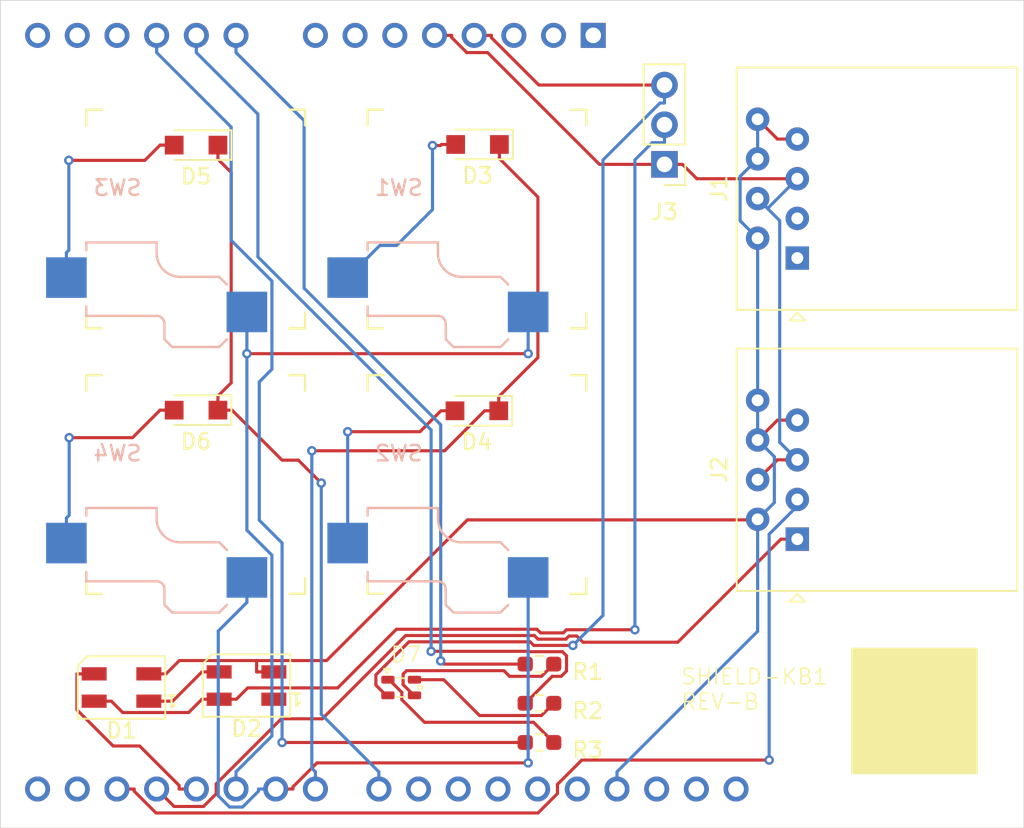
<source format=kicad_pcb>
(kicad_pcb (version 20240108) (generator "pcbnew") (generator_version "8.0")
  (layers (0 "F.Cu" signal) (31 "B.Cu" signal) (34 "B.Paste" user) (35 "F.Paste" user) (36 "B.SilkS" user "B.Silkscreen") (37 "F.SilkS" user "F.Silkscreen") (38 "B.Mask" user) (39 "F.Mask" user) (44 "Edge.Cuts" user))
  (net 0 "")
  (net 1 "/LEFT-TX")
  (net 2 "/LEFT-RX")
  (net 4 "/RIGHT-TX")
  (net 5 "/LED-B")
  (net 7 "/RIGHT-RX")
  (net 8 "/RGB")
  (net 11 "+5V")
  (net 16 "/LED-R")
  (net 22 "/LED-G")
  (net 23 "+3.3V")
  (net 28 "GND")
  (net 29 "Net-(D1-DOUT)")
  (net 30 "/ROW-A")
  (net 31 "Net-(D3-A)")
  (net 32 "Net-(D4-A)")
  (net 33 "Net-(D5-A)")
  (net 34 "/ROW-B")
  (net 36 "Net-(D6-A)")
  (net 37 "/COL-A")
  (net 38 "/COL-B")
  (net 39 "Net-(D1-VDD)")
  (net 40 "Net-(D7-RK)")
  (net 41 "Net-(D7-GK)")
  (net 42 "Net-(D7-BK)")
  (footprint "Diode_SMD:Nexperia_CFP3_SOD-123W" (layer "F.Cu") (at 54.0215 105.738 180)
    (property "Reference" "D6" (at 0 -2 0) (layer "F.SilkS"))
    (property "Value" "D")
    (fp_line (start -2.26 0.95) (end 1.4 0.95) (stroke (width 0.12)) (layer "F.SilkS"))
    (fp_line (start -2.26 -0.95) (end 1.4 -0.95) (stroke (width 0.12)) (layer "F.SilkS"))
    (fp_line (start -2.26 -0.95) (end -2.26 0.95) (stroke (width 0.12)) (layer "F.SilkS"))
    (pad "1" smd rect (at -1.4 0 180) (size 1.2 1.2) (layers "F.Cu" "F.Paste" "F.Mask") (net 34 "/ROW-B"))
    (pad "2" smd rect (at 1.4 0 180) (size 1.2 1.2) (layers "F.Cu" "F.Paste" "F.Mask") (net 36 "Net-(D6-A)"))
  )
  (footprint "Connector_RJ:RJ45_Amphenol_54602-x08_Horizontal" (layer "F.Cu") (at 92.5 96 90)
    (property "Reference" "J1" (at 4.445 -5 90) (layer "F.SilkS"))
    (property "Value" "LEFT")
    (fp_line (start 12.205 -3.88) (end -3.315 -3.88) (stroke (width 0.12)) (layer "F.SilkS"))
    (fp_line (start 12.205 -3.88) (end 12.205 14.08) (stroke (width 0.12)) (layer "F.SilkS"))
    (fp_line (start -3.315 -3.88) (end -3.315 14.08) (stroke (width 0.12)) (layer "F.SilkS"))
    (fp_line (start -4 -0.5) (end -4 0.5) (stroke (width 0.12)) (layer "F.SilkS"))
    (fp_line (start -3.5 0) (end -4 -0.5) (stroke (width 0.12)) (layer "F.SilkS"))
    (fp_line (start -4 0.5) (end -3.5 0) (stroke (width 0.12)) (layer "F.SilkS"))
    (fp_line (start -3.315 14.08) (end 12.205 14.08) (stroke (width 0.12)) (layer "F.SilkS"))
    (pad "" np_thru_hole circle (at -1.27 6.35 90) (size 3.2 3.2) (drill 3.2) (layers "*.Cu" "*.Mask"))
    (pad "" np_thru_hole circle (at 10.16 6.35 90) (size 3.2 3.2) (drill 3.2) (layers "*.Cu" "*.Mask"))
    (pad "1" thru_hole rect (at 0 0 90) (size 1.5 1.5) (drill 0.76) (layers "*.Cu" "*.Mask") (net 2 "/LEFT-RX"))
    (pad "2" thru_hole circle (at 1.27 -2.54 90) (size 1.5 1.5) (drill 0.76) (layers "*.Cu" "*.Mask") (net 28 "GND"))
    (pad "3" thru_hole circle (at 2.54 0 90) (size 1.5 1.5) (drill 0.76) (layers "*.Cu" "*.Mask") (net 1 "/LEFT-TX"))
    (pad "4" thru_hole circle (at 3.81 -2.54 90) (size 1.5 1.5) (drill 0.76) (layers "*.Cu" "*.Mask") (net 11 "+5V"))
    (pad "5" thru_hole circle (at 5.08 0 90) (size 1.5 1.5) (drill 0.76) (layers "*.Cu" "*.Mask") (net 11 "+5V"))
    (pad "6" thru_hole circle (at 6.35 -2.54 90) (size 1.5 1.5) (drill 0.76) (layers "*.Cu" "*.Mask") (net 28 "GND"))
    (pad "7" thru_hole circle (at 7.62 0 90) (size 1.5 1.5) (drill 0.76) (layers "*.Cu" "*.Mask") (net 28 "GND"))
    (pad "8" thru_hole circle (at 8.89 -2.54 90) (size 1.5 1.5) (drill 0.76) (layers "*.Cu" "*.Mask") (net 28 "GND"))
  )
  (footprint "Diode_SMD:Nexperia_CFP3_SOD-123W" (layer "F.Cu") (at 71.993 105.7797 180)
    (property "Reference" "D4" (at 0 -2 0) (layer "F.SilkS"))
    (property "Value" "D")
    (fp_line (start -2.26 0.95) (end 1.4 0.95) (stroke (width 0.12)) (layer "F.SilkS"))
    (fp_line (start -2.26 -0.95) (end 1.4 -0.95) (stroke (width 0.12)) (layer "F.SilkS"))
    (fp_line (start -2.26 -0.95) (end -2.26 0.95) (stroke (width 0.12)) (layer "F.SilkS"))
    (pad "1" smd rect (at -1.4 0 180) (size 1.2 1.2) (layers "F.Cu" "F.Paste" "F.Mask") (net 30 "/ROW-A"))
    (pad "2" smd rect (at 1.4 0 180) (size 1.2 1.2) (layers "F.Cu" "F.Paste" "F.Mask") (net 32 "Net-(D4-A)"))
  )
  (footprint "Resistor_SMD:R_0603_1608Metric_Pad0.98x0.95mm_HandSolder" (layer "F.Cu") (at 76 124.51 180)
    (property "Reference" "R2" (at -3.0875 -0.49 0) (layer "F.SilkS"))
    (property "Value" "33")
    (fp_line (start -0.254724 0.5225) (end 0.254724 0.5225) (stroke (width 0.12)) (layer "F.SilkS"))
    (fp_line (start -0.254724 -0.5225) (end 0.254724 -0.5225) (stroke (width 0.12)) (layer "F.SilkS"))
    (pad "1" smd roundrect (at -0.9125 0 180) (size 0.975 0.95) (layers "F.Cu" "F.Paste" "F.Mask") (net 41 "Net-(D7-GK)"))
    (pad "2" smd roundrect (at 0.9125 0 180) (size 0.975 0.95) (layers "F.Cu" "F.Paste" "F.Mask") (net 22 "/LED-G"))
  )
  (footprint "Keyboard Switches:Kailh_socket_PG1350" (layer "F.Cu") (at 72 110.5)
    (property "Reference" "SW2" (at -5 -2 0) (layer "B.SilkS") (effects (justify mirror)))
    (property "Value" "SW_SPST" (hide yes))
    (fp_line (start -7 1.5) (end -7 2) (stroke (width 0.15)) (layer "B.SilkS"))
    (fp_line (start -7 5.6) (end -7 6.2) (stroke (width 0.15)) (layer "B.SilkS"))
    (fp_line (start -7 6.2) (end -2.5 6.2) (stroke (width 0.15)) (layer "B.SilkS"))
    (fp_line (start -2.5 1.5) (end -7 1.5) (stroke (width 0.15)) (layer "B.SilkS"))
    (fp_line (start -2.5 2.2) (end -2.5 1.5) (stroke (width 0.15)) (layer "B.SilkS"))
    (fp_line (start -2 6.7) (end -2 7.7) (stroke (width 0.15)) (layer "B.SilkS"))
    (fp_line (start -1.5 8.2) (end -2 7.7) (stroke (width 0.15)) (layer "B.SilkS"))
    (fp_line (start 1.5 3.7) (end -1 3.7) (stroke (width 0.15)) (layer "B.SilkS"))
    (fp_line (start 1.5 8.2) (end -1.5 8.2) (stroke (width 0.15)) (layer "B.SilkS"))
    (fp_line (start 2 4.2) (end 1.5 3.7) (stroke (width 0.15)) (layer "B.SilkS"))
    (fp_line (start 2 7.7) (end 1.5 8.2) (stroke (width 0.15)) (layer "B.SilkS"))
    (fp_arc (start -2.5 6.2) (mid -2.146447 6.346447) (end -2 6.7) (stroke (width 0.15)) (layer "B.SilkS"))
    (fp_arc (start -1 3.7) (mid -2.06066 3.26066) (end -2.5 2.2) (stroke (width 0.15)) (layer "B.SilkS"))
    (fp_line (start -7 -6) (end -7 -7) (stroke (width 0.15)) (layer "F.SilkS"))
    (fp_line (start -7 7) (end -7 6) (stroke (width 0.15)) (layer "F.SilkS"))
    (fp_line (start -7 7) (end -6 7) (stroke (width 0.15)) (layer "F.SilkS"))
    (fp_line (start -6 -7) (end -7 -7) (stroke (width 0.15)) (layer "F.SilkS"))
    (fp_line (start 6 7) (end 7 7) (stroke (width 0.15)) (layer "F.SilkS"))
    (fp_line (start 7 -7) (end 6 -7) (stroke (width 0.15)) (layer "F.SilkS"))
    (fp_line (start 7 -7) (end 7 -6) (stroke (width 0.15)) (layer "F.SilkS"))
    (fp_line (start 7 6) (end 7 7) (stroke (width 0.15)) (layer "F.SilkS"))
    (fp_line (start 7 7) (end 6 7) (stroke (width 0.15)) (layer "F.SilkS"))
    (pad "" np_thru_hole circle (at -5.5 0) (size 1.7018 1.7018) (drill 1.7018) (layers "*.Cu" "*.Mask"))
    (pad "" np_thru_hole circle (at -5 3.75) (size 3 3) (drill 3) (layers "*.Cu" "*.Mask"))
    (pad "" np_thru_hole circle (at 0 0) (size 3.429 3.429) (drill 3.429) (layers "*.Cu" "*.Mask"))
    (pad "" np_thru_hole circle (at 0 5.95) (size 3 3) (drill 3) (layers "*.Cu" "*.Mask"))
    (pad "" np_thru_hole circle (at 5.22 -4.2) (size 0.9906 0.9906) (drill 0.9906) (layers "*.Cu" "*.Mask"))
    (pad "" np_thru_hole circle (at 5.5 0) (size 1.7018 1.7018) (drill 1.7018) (layers "*.Cu" "*.Mask"))
    (pad "1" smd rect (at 3.275 5.95) (size 2.6 2.6) (layers "B.Cu" "B.Paste" "B.Mask") (net 38 "/COL-B"))
    (pad "2" smd rect (at -8.275 3.75) (size 2.6 2.6) (layers "B.Cu" "B.Paste" "B.Mask") (net 32 "Net-(D4-A)"))
  )
  (footprint "Diode_SMD:Nexperia_CFP3_SOD-123W" (layer "F.Cu") (at 72.0347 88.7256 180)
    (property "Reference" "D3" (at 0 -2 0) (layer "F.SilkS"))
    (property "Value" "D")
    (fp_line (start -2.26 0.95) (end 1.4 0.95) (stroke (width 0.12)) (layer "F.SilkS"))
    (fp_line (start -2.26 -0.95) (end 1.4 -0.95) (stroke (width 0.12)) (layer "F.SilkS"))
    (fp_line (start -2.26 -0.95) (end -2.26 0.95) (stroke (width 0.12)) (layer "F.SilkS"))
    (pad "1" smd rect (at -1.4 0 180) (size 1.2 1.2) (layers "F.Cu" "F.Paste" "F.Mask") (net 30 "/ROW-A"))
    (pad "2" smd rect (at 1.4 0 180) (size 1.2 1.2) (layers "F.Cu" "F.Paste" "F.Mask") (net 31 "Net-(D3-A)"))
  )
  (footprint "Connector_RJ:RJ45_Amphenol_54602-x08_Horizontal" (layer "F.Cu") (at 92.5 114 90)
    (property "Reference" "J2" (at 4.445 -5 90) (layer "F.SilkS"))
    (property "Value" "RIGHT")
    (fp_line (start 12.205 -3.88) (end -3.315 -3.88) (stroke (width 0.12)) (layer "F.SilkS"))
    (fp_line (start 12.205 -3.88) (end 12.205 14.08) (stroke (width 0.12)) (layer "F.SilkS"))
    (fp_line (start -3.315 -3.88) (end -3.315 14.08) (stroke (width 0.12)) (layer "F.SilkS"))
    (fp_line (start -4 -0.5) (end -4 0.5) (stroke (width 0.12)) (layer "F.SilkS"))
    (fp_line (start -3.5 0) (end -4 -0.5) (stroke (width 0.12)) (layer "F.SilkS"))
    (fp_line (start -4 0.5) (end -3.5 0) (stroke (width 0.12)) (layer "F.SilkS"))
    (fp_line (start -3.315 14.08) (end 12.205 14.08) (stroke (width 0.12)) (layer "F.SilkS"))
    (pad "" np_thru_hole circle (at -1.27 6.35 90) (size 3.2 3.2) (drill 3.2) (layers "*.Cu" "*.Mask"))
    (pad "" np_thru_hole circle (at 10.16 6.35 90) (size 3.2 3.2) (drill 3.2) (layers "*.Cu" "*.Mask"))
    (pad "1" thru_hole rect (at 0 0 90) (size 1.5 1.5) (drill 0.76) (layers "*.Cu" "*.Mask") (net 4 "/RIGHT-TX"))
    (pad "2" thru_hole circle (at 1.27 -2.54 90) (size 1.5 1.5) (drill 0.76) (layers "*.Cu" "*.Mask") (net 28 "GND"))
    (pad "3" thru_hole circle (at 2.54 0 90) (size 1.5 1.5) (drill 0.76) (layers "*.Cu" "*.Mask") (net 7 "/RIGHT-RX"))
    (pad "4" thru_hole circle (at 3.81 -2.54 90) (size 1.5 1.5) (drill 0.76) (layers "*.Cu" "*.Mask") (net 11 "+5V"))
    (pad "5" thru_hole circle (at 5.08 0 90) (size 1.5 1.5) (drill 0.76) (layers "*.Cu" "*.Mask") (net 11 "+5V"))
    (pad "6" thru_hole circle (at 6.35 -2.54 90) (size 1.5 1.5) (drill 0.76) (layers "*.Cu" "*.Mask") (net 28 "GND"))
    (pad "7" thru_hole circle (at 7.62 0 90) (size 1.5 1.5) (drill 0.76) (layers "*.Cu" "*.Mask") (net 28 "GND"))
    (pad "8" thru_hole circle (at 8.89 -2.54 90) (size 1.5 1.5) (drill 0.76) (layers "*.Cu" "*.Mask") (net 28 "GND"))
  )
  (footprint "davidb-keyboard-foot:QBLP600-RGB5-2897" (layer "F.Cu") (at 67.15 123.5)
    (property "Reference" "D7" (at 0.3 -2.1 0) (layer "F.SilkS") (effects (font (thickness 0.1))))
    (property "Value" "QBLP600-RGB5-2897")
    (fp_line (start -1.1 -1.2) (end -0.7 -1.2) (stroke (width 0.1)) (layer "F.SilkS"))
    (fp_line (start -0.9 -0.9) (end -1.1 -1.2) (stroke (width 0.1)) (layer "F.SilkS"))
    (fp_line (start -0.7 -1.2) (end -0.9 -0.9) (stroke (width 0.1)) (layer "F.SilkS"))
    (fp_line (start -0.3 -0.6) (end 0.3 -0.6) (stroke (width 0.1)) (layer "F.SilkS"))
    (fp_line (start -0.3 0.6) (end 0.3 0.6) (stroke (width 0.1)) (layer "F.SilkS"))
    (fp_circle (center 1.2 0) (end 1.3 -0.1) (stroke (width 0.1)) (fill none) (layer "F.SilkS"))
    (pad "1" smd roundrect (at -0.85 -0.5) (size 0.85 0.5) (layers "F.Cu" "F.Paste" "F.Mask") (roundrect_rratio 0.2) (net 42 "Net-(D7-BK)"))
    (pad "2" smd roundrect (at 0.85 -0.5) (size 0.85 0.5) (layers "F.Cu" "F.Paste" "F.Mask") (roundrect_rratio 0.2) (net 41 "Net-(D7-GK)"))
    (pad "3" smd roundrect (at -0.85 0.5) (size 0.85 0.5) (layers "F.Cu" "F.Paste" "F.Mask") (roundrect_rratio 0.2) (net 23 "+3.3V"))
    (pad "4" smd roundrect (at 0.85 0.5) (size 0.85 0.5) (layers "F.Cu" "F.Paste" "F.Mask") (roundrect_rratio 0.2) (net 40 "Net-(D7-RK)"))
  )
  (footprint "Keyboard Switches:Kailh_socket_PG1350" (layer "F.Cu") (at 54 93.5)
    (property "Reference" "SW3" (at -5 -2 0) (layer "B.SilkS") (effects (justify mirror)))
    (property "Value" "SW_SPST" (hide yes))
    (fp_line (start -7 1.5) (end -7 2) (stroke (width 0.15)) (layer "B.SilkS"))
    (fp_line (start -7 5.6) (end -7 6.2) (stroke (width 0.15)) (layer "B.SilkS"))
    (fp_line (start -7 6.2) (end -2.5 6.2) (stroke (width 0.15)) (layer "B.SilkS"))
    (fp_line (start -2.5 1.5) (end -7 1.5) (stroke (width 0.15)) (layer "B.SilkS"))
    (fp_line (start -2.5 2.2) (end -2.5 1.5) (stroke (width 0.15)) (layer "B.SilkS"))
    (fp_line (start -2 6.7) (end -2 7.7) (stroke (width 0.15)) (layer "B.SilkS"))
    (fp_line (start -1.5 8.2) (end -2 7.7) (stroke (width 0.15)) (layer "B.SilkS"))
    (fp_line (start 1.5 3.7) (end -1 3.7) (stroke (width 0.15)) (layer "B.SilkS"))
    (fp_line (start 1.5 8.2) (end -1.5 8.2) (stroke (width 0.15)) (layer "B.SilkS"))
    (fp_line (start 2 4.2) (end 1.5 3.7) (stroke (width 0.15)) (layer "B.SilkS"))
    (fp_line (start 2 7.7) (end 1.5 8.2) (stroke (width 0.15)) (layer "B.SilkS"))
    (fp_arc (start -2.5 6.2) (mid -2.146447 6.346447) (end -2 6.7) (stroke (width 0.15)) (layer "B.SilkS"))
    (fp_arc (start -1 3.7) (mid -2.06066 3.26066) (end -2.5 2.2) (stroke (width 0.15)) (layer "B.SilkS"))
    (fp_line (start -7 -6) (end -7 -7) (stroke (width 0.15)) (layer "F.SilkS"))
    (fp_line (start -7 7) (end -7 6) (stroke (width 0.15)) (layer "F.SilkS"))
    (fp_line (start -7 7) (end -6 7) (stroke (width 0.15)) (layer "F.SilkS"))
    (fp_line (start -6 -7) (end -7 -7) (stroke (width 0.15)) (layer "F.SilkS"))
    (fp_line (start 6 7) (end 7 7) (stroke (width 0.15)) (layer "F.SilkS"))
    (fp_line (start 7 -7) (end 6 -7) (stroke (width 0.15)) (layer "F.SilkS"))
    (fp_line (start 7 -7) (end 7 -6) (stroke (width 0.15)) (layer "F.SilkS"))
    (fp_line (start 7 6) (end 7 7) (stroke (width 0.15)) (layer "F.SilkS"))
    (fp_line (start 7 7) (end 6 7) (stroke (width 0.15)) (layer "F.SilkS"))
    (pad "" np_thru_hole circle (at -5.5 0) (size 1.7018 1.7018) (drill 1.7018) (layers "*.Cu" "*.Mask"))
    (pad "" np_thru_hole circle (at -5 3.75) (size 3 3) (drill 3) (layers "*.Cu" "*.Mask"))
    (pad "" np_thru_hole circle (at 0 0) (size 3.429 3.429) (drill 3.429) (layers "*.Cu" "*.Mask"))
    (pad "" np_thru_hole circle (at 0 5.95) (size 3 3) (drill 3) (layers "*.Cu" "*.Mask"))
    (pad "" np_thru_hole circle (at 5.22 -4.2) (size 0.9906 0.9906) (drill 0.9906) (layers "*.Cu" "*.Mask"))
    (pad "" np_thru_hole circle (at 5.5 0) (size 1.7018 1.7018) (drill 1.7018) (layers "*.Cu" "*.Mask"))
    (pad "1" smd rect (at 3.275 5.95) (size 2.6 2.6) (layers "B.Cu" "B.Paste" "B.Mask") (net 37 "/COL-A"))
    (pad "2" smd rect (at -8.275 3.75) (size 2.6 2.6) (layers "B.Cu" "B.Paste" "B.Mask") (net 33 "Net-(D5-A)"))
  )
  (footprint "Diode_SMD:Nexperia_CFP3_SOD-123W" (layer "F.Cu") (at 54.0215 88.7673 180)
    (property "Reference" "D5" (at 0 -2 0) (layer "F.SilkS"))
    (property "Value" "D")
    (fp_line (start -2.26 0.95) (end 1.4 0.95) (stroke (width 0.12)) (layer "F.SilkS"))
    (fp_line (start -2.26 -0.95) (end 1.4 -0.95) (stroke (width 0.12)) (layer "F.SilkS"))
    (fp_line (start -2.26 -0.95) (end -2.26 0.95) (stroke (width 0.12)) (layer "F.SilkS"))
    (pad "1" smd rect (at -1.4 0 180) (size 1.2 1.2) (layers "F.Cu" "F.Paste" "F.Mask") (net 34 "/ROW-B"))
    (pad "2" smd rect (at 1.4 0 180) (size 1.2 1.2) (layers "F.Cu" "F.Paste" "F.Mask") (net 33 "Net-(D5-A)"))
  )
  (footprint "LED_SMD:LED_SK6812MINI_PLCC4_3.5x3.5mm_P1.75mm" (layer "F.Cu") (at 57.25 123.375 180)
    (property "Reference" "D2" (at 0 -2.75 0) (layer "F.SilkS"))
    (property "Value" "SK6812MINI" (hide yes))
    (fp_line (start 2.8 1.4) (end 2.8 -2) (stroke (width 0.12)) (layer "F.SilkS"))
    (fp_line (start 2.8 1.4) (end 2.2 2) (stroke (width 0.12)) (layer "F.SilkS"))
    (fp_line (start -2.8 2) (end 2.2 2) (stroke (width 0.12)) (layer "F.SilkS"))
    (fp_line (start -2.8 -2) (end 2.8 -2) (stroke (width 0.12)) (layer "F.SilkS"))
    (fp_line (start -2.8 -2) (end -2.8 2) (stroke (width 0.12)) (layer "F.SilkS"))
    (fp_text user "1" (at -3.2 -0.875 180) (layer "F.SilkS") (effects (font (size 0.8 0.8))))
    (pad "1" smd rect (at -1.75 -0.875 180) (size 1.6 0.85) (layers "F.Cu" "F.Paste" "F.Mask"))
    (pad "2" smd rect (at -1.75 0.875 180) (size 1.6 0.85) (layers "F.Cu" "F.Paste" "F.Mask") (net 28 "GND"))
    (pad "3" smd rect (at 1.75 0.875 180) (size 1.6 0.85) (layers "F.Cu" "F.Paste" "F.Mask") (net 29 "Net-(D1-DOUT)"))
    (pad "4" smd rect (at 1.75 -0.875 180) (size 1.6 0.85) (layers "F.Cu" "F.Paste" "F.Mask") (net 39 "Net-(D1-VDD)"))
  )
  (footprint "Resistor_SMD:R_0603_1608Metric_Pad0.98x0.95mm_HandSolder" (layer "F.Cu") (at 76 127.02 180)
    (property "Reference" "R3" (at -3.0875 -0.49 0) (layer "F.SilkS"))
    (property "Value" "33")
    (fp_line (start -0.254724 0.5225) (end 0.254724 0.5225) (stroke (width 0.12)) (layer "F.SilkS"))
    (fp_line (start -0.254724 -0.5225) (end 0.254724 -0.5225) (stroke (width 0.12)) (layer "F.SilkS"))
    (pad "1" smd roundrect (at -0.9125 0 180) (size 0.975 0.95) (layers "F.Cu" "F.Paste" "F.Mask") (net 42 "Net-(D7-BK)"))
    (pad "2" smd roundrect (at 0.9125 0 180) (size 0.975 0.95) (layers "F.Cu" "F.Paste" "F.Mask") (net 5 "/LED-B"))
  )
  (footprint "Keyboard Switches:Kailh_socket_PG1350" (layer "F.Cu") (at 54 110.5)
    (property "Reference" "SW4" (at -5 -2 0) (layer "B.SilkS") (effects (justify mirror)))
    (property "Value" "SW_SPST" (hide yes))
    (fp_line (start -7 1.5) (end -7 2) (stroke (width 0.15)) (layer "B.SilkS"))
    (fp_line (start -7 5.6) (end -7 6.2) (stroke (width 0.15)) (layer "B.SilkS"))
    (fp_line (start -7 6.2) (end -2.5 6.2) (stroke (width 0.15)) (layer "B.SilkS"))
    (fp_line (start -2.5 1.5) (end -7 1.5) (stroke (width 0.15)) (layer "B.SilkS"))
    (fp_line (start -2.5 2.2) (end -2.5 1.5) (stroke (width 0.15)) (layer "B.SilkS"))
    (fp_line (start -2 6.7) (end -2 7.7) (stroke (width 0.15)) (layer "B.SilkS"))
    (fp_line (start -1.5 8.2) (end -2 7.7) (stroke (width 0.15)) (layer "B.SilkS"))
    (fp_line (start 1.5 3.7) (end -1 3.7) (stroke (width 0.15)) (layer "B.SilkS"))
    (fp_line (start 1.5 8.2) (end -1.5 8.2) (stroke (width 0.15)) (layer "B.SilkS"))
    (fp_line (start 2 4.2) (end 1.5 3.7) (stroke (width 0.15)) (layer "B.SilkS"))
    (fp_line (start 2 7.7) (end 1.5 8.2) (stroke (width 0.15)) (layer "B.SilkS"))
    (fp_arc (start -2.5 6.2) (mid -2.146447 6.346447) (end -2 6.7) (stroke (width 0.15)) (layer "B.SilkS"))
    (fp_arc (start -1 3.7) (mid -2.06066 3.26066) (end -2.5 2.2) (stroke (width 0.15)) (layer "B.SilkS"))
    (fp_line (start -7 -6) (end -7 -7) (stroke (width 0.15)) (layer "F.SilkS"))
    (fp_line (start -7 7) (end -7 6) (stroke (width 0.15)) (layer "F.SilkS"))
    (fp_line (start -7 7) (end -6 7) (stroke (width 0.15)) (layer "F.SilkS"))
    (fp_line (start -6 -7) (end -7 -7) (stroke (width 0.15)) (layer "F.SilkS"))
    (fp_line (start 6 7) (end 7 7) (stroke (width 0.15)) (layer "F.SilkS"))
    (fp_line (start 7 -7) (end 6 -7) (stroke (width 0.15)) (layer "F.SilkS"))
    (fp_line (start 7 -7) (end 7 -6) (stroke (width 0.15)) (layer "F.SilkS"))
    (fp_line (start 7 6) (end 7 7) (stroke (width 0.15)) (layer "F.SilkS"))
    (fp_line (start 7 7) (end 6 7) (stroke (width 0.15)) (layer "F.SilkS"))
    (pad "" np_thru_hole circle (at -5.5 0) (size 1.7018 1.7018) (drill 1.7018) (layers "*.Cu" "*.Mask"))
    (pad "" np_thru_hole circle (at -5 3.75) (size 3 3) (drill 3) (layers "*.Cu" "*.Mask"))
    (pad "" np_thru_hole circle (at 0 0) (size 3.429 3.429) (drill 3.429) (layers "*.Cu" "*.Mask"))
    (pad "" np_thru_hole circle (at 0 5.95) (size 3 3) (drill 3) (layers "*.Cu" "*.Mask"))
    (pad "" np_thru_hole circle (at 5.22 -4.2) (size 0.9906 0.9906) (drill 0.9906) (layers "*.Cu" "*.Mask"))
    (pad "" np_thru_hole circle (at 5.5 0) (size 1.7018 1.7018) (drill 1.7018) (layers "*.Cu" "*.Mask"))
    (pad "1" smd rect (at 3.275 5.95) (size 2.6 2.6) (layers "B.Cu" "B.Paste" "B.Mask") (net 38 "/COL-B"))
    (pad "2" smd rect (at -8.275 3.75) (size 2.6 2.6) (layers "B.Cu" "B.Paste" "B.Mask") (net 36 "Net-(D6-A)"))
  )
  (footprint "Keyboard Switches:Kailh_socket_PG1350" (layer "F.Cu") (at 72 93.5)
    (property "Reference" "SW1" (at -5 -2 0) (layer "B.SilkS") (effects (justify mirror)))
    (property "Value" "SW_SPST" (hide yes))
    (fp_line (start -7 1.5) (end -7 2) (stroke (width 0.15)) (layer "B.SilkS"))
    (fp_line (start -7 5.6) (end -7 6.2) (stroke (width 0.15)) (layer "B.SilkS"))
    (fp_line (start -7 6.2) (end -2.5 6.2) (stroke (width 0.15)) (layer "B.SilkS"))
    (fp_line (start -2.5 1.5) (end -7 1.5) (stroke (width 0.15)) (layer "B.SilkS"))
    (fp_line (start -2.5 2.2) (end -2.5 1.5) (stroke (width 0.15)) (layer "B.SilkS"))
    (fp_line (start -2 6.7) (end -2 7.7) (stroke (width 0.15)) (layer "B.SilkS"))
    (fp_line (start -1.5 8.2) (end -2 7.7) (stroke (width 0.15)) (layer "B.SilkS"))
    (fp_line (start 1.5 3.7) (end -1 3.7) (stroke (width 0.15)) (layer "B.SilkS"))
    (fp_line (start 1.5 8.2) (end -1.5 8.2) (stroke (width 0.15)) (layer "B.SilkS"))
    (fp_line (start 2 4.2) (end 1.5 3.7) (stroke (width 0.15)) (layer "B.SilkS"))
    (fp_line (start 2 7.7) (end 1.5 8.2) (stroke (width 0.15)) (layer "B.SilkS"))
    (fp_arc (start -2.5 6.2) (mid -2.146447 6.346447) (end -2 6.7) (stroke (width 0.15)) (layer "B.SilkS"))
    (fp_arc (start -1 3.7) (mid -2.06066 3.26066) (end -2.5 2.2) (stroke (width 0.15)) (layer "B.SilkS"))
    (fp_line (start -7 -6) (end -7 -7) (stroke (width 0.15)) (layer "F.SilkS"))
    (fp_line (start -7 7) (end -7 6) (stroke (width 0.15)) (layer "F.SilkS"))
    (fp_line (start -7 7) (end -6 7) (stroke (width 0.15)) (layer "F.SilkS"))
    (fp_line (start -6 -7) (end -7 -7) (stroke (width 0.15)) (layer "F.SilkS"))
    (fp_line (start 6 7) (end 7 7) (stroke (width 0.15)) (layer "F.SilkS"))
    (fp_line (start 7 -7) (end 6 -7) (stroke (width 0.15)) (layer "F.SilkS"))
    (fp_line (start 7 -7) (end 7 -6) (stroke (width 0.15)) (layer "F.SilkS"))
    (fp_line (start 7 6) (end 7 7) (stroke (width 0.15)) (layer "F.SilkS"))
    (fp_line (start 7 7) (end 6 7) (stroke (width 0.15)) (layer "F.SilkS"))
    (pad "" np_thru_hole circle (at -5.5 0) (size 1.7018 1.7018) (drill 1.7018) (layers "*.Cu" "*.Mask"))
    (pad "" np_thru_hole circle (at -5 3.75) (size 3 3) (drill 3) (layers "*.Cu" "*.Mask"))
    (pad "" np_thru_hole circle (at 0 0) (size 3.429 3.429) (drill 3.429) (layers "*.Cu" "*.Mask"))
    (pad "" np_thru_hole circle (at 0 5.95) (size 3 3) (drill 3) (layers "*.Cu" "*.Mask"))
    (pad "" np_thru_hole circle (at 5.22 -4.2) (size 0.9906 0.9906) (drill 0.9906) (layers "*.Cu" "*.Mask"))
    (pad "" np_thru_hole circle (at 5.5 0) (size 1.7018 1.7018) (drill 1.7018) (layers "*.Cu" "*.Mask"))
    (pad "1" smd rect (at 3.275 5.95) (size 2.6 2.6) (layers "B.Cu" "B.Paste" "B.Mask") (net 37 "/COL-A"))
    (pad "2" smd rect (at -8.275 3.75) (size 2.6 2.6) (layers "B.Cu" "B.Paste" "B.Mask") (net 31 "Net-(D3-A)"))
  )
  (footprint "LED_SMD:LED_SK6812MINI_PLCC4_3.5x3.5mm_P1.75mm" (layer "F.Cu") (at 49.25 123.5 180)
    (property "Reference" "D1" (at 0 -2.75 0) (layer "F.SilkS"))
    (property "Value" "SK6812MINI" (hide yes))
    (fp_line (start 2.8 1.4) (end 2.8 -2) (stroke (width 0.12)) (layer "F.SilkS"))
    (fp_line (start 2.8 1.4) (end 2.2 2) (stroke (width 0.12)) (layer "F.SilkS"))
    (fp_line (start -2.8 2) (end 2.2 2) (stroke (width 0.12)) (layer "F.SilkS"))
    (fp_line (start -2.8 -2) (end 2.8 -2) (stroke (width 0.12)) (layer "F.SilkS"))
    (fp_line (start -2.8 -2) (end -2.8 2) (stroke (width 0.12)) (layer "F.SilkS"))
    (fp_text user "1" (at -3.2 -0.875 180) (layer "F.SilkS") (effects (font (size 0.8 0.8))))
    (pad "1" smd rect (at -1.75 -0.875 180) (size 1.6 0.85) (layers "F.Cu" "F.Paste" "F.Mask") (net 29 "Net-(D1-DOUT)"))
    (pad "2" smd rect (at -1.75 0.875 180) (size 1.6 0.85) (layers "F.Cu" "F.Paste" "F.Mask") (net 28 "GND"))
    (pad "3" smd rect (at 1.75 0.875 180) (size 1.6 0.85) (layers "F.Cu" "F.Paste" "F.Mask") (net 8 "/RGB"))
    (pad "4" smd rect (at 1.75 -0.875 180) (size 1.6 0.85) (layers "F.Cu" "F.Paste" "F.Mask") (net 39 "Net-(D1-VDD)"))
  )
  (footprint "Connector_PinHeader_2.54mm:PinHeader_1x03_P2.54mm_Vertical" (layer "F.Cu") (at 84 90 180)
    (property "Reference" "J3" (at 0 -3.05 0) (layer "F.SilkS"))
    (property "Value" "Conn_01x03_Pin")
    (fp_line (start 1.33 1.27) (end 1.33 6.41) (stroke (width 0.12)) (layer "F.SilkS"))
    (fp_line (start -1.33 6.41) (end 1.33 6.41) (stroke (width 0.12)) (layer "F.SilkS"))
    (fp_line (start -1.33 1.27) (end 1.33 1.27) (stroke (width 0.12)) (layer "F.SilkS"))
    (fp_line (start -1.33 1.27) (end -1.33 6.41) (stroke (width 0.12)) (layer "F.SilkS"))
    (fp_line (start -1.33 0) (end -1.33 -1.33) (stroke (width 0.12)) (layer "F.SilkS"))
    (fp_line (start -1.33 -1.33) (end 0 -1.33) (stroke (width 0.12)) (layer "F.SilkS"))
    (pad "1" thru_hole rect (at 0 0 180) (size 1.7 1.7) (drill 1) (layers "*.Cu" "*.Mask") (net 11 "+5V"))
    (pad "2" thru_hole oval (at 0 2.54 180) (size 1.7 1.7) (drill 1) (layers "*.Cu" "*.Mask") (net 39 "Net-(D1-VDD)"))
    (pad "3" thru_hole oval (at 0 5.08 180) (size 1.7 1.7) (drill 1) (layers "*.Cu" "*.Mask") (net 23 "+3.3V"))
  )
  (footprint "Resistor_SMD:R_0603_1608Metric_Pad0.98x0.95mm_HandSolder" (layer "F.Cu") (at 76 122 180)
    (property "Reference" "R1" (at -3.0875 -0.49 0) (layer "F.SilkS"))
    (property "Value" "100")
    (fp_line (start -0.254724 0.5225) (end 0.254724 0.5225) (stroke (width 0.12)) (layer "F.SilkS"))
    (fp_line (start -0.254724 -0.5225) (end 0.254724 -0.5225) (stroke (width 0.12)) (layer "F.SilkS"))
    (pad "1" smd roundrect (at -0.9125 0 180) (size 0.975 0.95) (layers "F.Cu" "F.Paste" "F.Mask") (net 40 "Net-(D7-RK)"))
    (pad "2" smd roundrect (at 0.9125 0 180) (size 0.975 0.95) (layers "F.Cu" "F.Paste" "F.Mask") (net 16 "/LED-R"))
  )
  (footprint "Module:Arduino_UNO_R3" (layer "B.Cu") (at 79.44 81.74 180)
    (property "Reference" "A1" (hide yes))
    (property "Value" "Arduino_UNO_R3" (hide yes))
    (pad "1" thru_hole rect (at 0 0 90) (size 1.6 1.6) (drill 1) (layers "*.Cu" "*.Mask"))
    (pad "2" thru_hole oval (at 2.54 0 90) (size 1.6 1.6) (drill 1) (layers "*.Cu" "*.Mask"))
    (pad "3" thru_hole oval (at 5.08 0 90) (size 1.6 1.6) (drill 1) (layers "*.Cu" "*.Mask"))
    (pad "4" thru_hole oval (at 7.62 0 90) (size 1.6 1.6) (drill 1) (layers "*.Cu" "*.Mask") (net 23 "+3.3V"))
    (pad "5" thru_hole oval (at 10.16 0 90) (size 1.6 1.6) (drill 1) (layers "*.Cu" "*.Mask") (net 11 "+5V"))
    (pad "6" thru_hole oval (at 12.7 0 90) (size 1.6 1.6) (drill 1) (layers "*.Cu" "*.Mask"))
    (pad "7" thru_hole oval (at 15.24 0 90) (size 1.6 1.6) (drill 1) (layers "*.Cu" "*.Mask"))
    (pad "8" thru_hole oval (at 17.78 0 90) (size 1.6 1.6) (drill 1) (layers "*.Cu" "*.Mask"))
    (pad "9" thru_hole oval (at 22.86 0 90) (size 1.6 1.6) (drill 1) (layers "*.Cu" "*.Mask") (net 16 "/LED-R"))
    (pad "10" thru_hole oval (at 25.4 0 90) (size 1.6 1.6) (drill 1) (layers "*.Cu" "*.Mask") (net 22 "/LED-G"))
    (pad "11" thru_hole oval (at 27.94 0 90) (size 1.6 1.6) (drill 1) (layers "*.Cu" "*.Mask") (net 5 "/LED-B"))
    (pad "12" thru_hole oval (at 30.48 0 90) (size 1.6 1.6) (drill 1) (layers "*.Cu" "*.Mask"))
    (pad "13" thru_hole oval (at 33.02 0 90) (size 1.6 1.6) (drill 1) (layers "*.Cu" "*.Mask"))
    (pad "14" thru_hole oval (at 35.56 0 90) (size 1.6 1.6) (drill 1) (layers "*.Cu" "*.Mask"))
    (pad "15" thru_hole oval (at 35.56 -48.26 90) (size 1.6 1.6) (drill 1) (layers "*.Cu" "*.Mask") (net 2 "/LEFT-RX"))
    (pad "16" thru_hole oval (at 33.02 -48.26 90) (size 1.6 1.6) (drill 1) (layers "*.Cu" "*.Mask") (net 1 "/LEFT-TX"))
    (pad "17" thru_hole oval (at 30.48 -48.26 90) (size 1.6 1.6) (drill 1) (layers "*.Cu" "*.Mask") (net 7 "/RIGHT-RX"))
    (pad "18" thru_hole oval (at 27.94 -48.26 90) (size 1.6 1.6) (drill 1) (layers "*.Cu" "*.Mask") (net 4 "/RIGHT-TX"))
    (pad "19" thru_hole oval (at 25.4 -48.26 90) (size 1.6 1.6) (drill 1) (layers "*.Cu" "*.Mask") (net 8 "/RGB"))
    (pad "20" thru_hole oval (at 22.86 -48.26 90) (size 1.6 1.6) (drill 1) (layers "*.Cu" "*.Mask") (net 37 "/COL-A"))
    (pad "21" thru_hole oval (at 20.32 -48.26 90) (size 1.6 1.6) (drill 1) (layers "*.Cu" "*.Mask") (net 38 "/COL-B"))
    (pad "22" thru_hole oval (at 17.78 -48.26 90) (size 1.6 1.6) (drill 1) (layers "*.Cu" "*.Mask") (net 30 "/ROW-A"))
    (pad "23" thru_hole oval (at 13.72 -48.26 90) (size 1.6 1.6) (drill 1) (layers "*.Cu" "*.Mask") (net 34 "/ROW-B"))
    (pad "24" thru_hole oval (at 11.18 -48.26 90) (size 1.6 1.6) (drill 1) (layers "*.Cu" "*.Mask"))
    (pad "25" thru_hole oval (at 8.64 -48.26 90) (size 1.6 1.6) (drill 1) (layers "*.Cu" "*.Mask"))
    (pad "26" thru_hole oval (at 6.1 -48.26 90) (size 1.6 1.6) (drill 1) (layers "*.Cu" "*.Mask"))
    (pad "27" thru_hole oval (at 3.56 -48.26 90) (size 1.6 1.6) (drill 1) (layers "*.Cu" "*.Mask"))
    (pad "28" thru_hole oval (at 1.02 -48.26 90) (size 1.6 1.6) (drill 1) (layers "*.Cu" "*.Mask"))
    (pad "29" thru_hole oval (at -1.52 -48.26 90) (size 1.6 1.6) (drill 1) (layers "*.Cu" "*.Mask") (net 28 "GND"))
    (pad "30" thru_hole oval (at -4.06 -48.26 90) (size 1.6 1.6) (drill 1) (layers "*.Cu" "*.Mask"))
    (pad "31" thru_hole oval (at -6.6 -48.26 90) (size 1.6 1.6) (drill 1) (layers "*.Cu" "*.Mask"))
    (pad "32" thru_hole oval (at -9.14 -48.26 90) (size 1.6 1.6) (drill 1) (layers "*.Cu" "*.Mask"))
  )
  (gr_rect (start 96 121) (end 104 129) (stroke (width 0.1)) (fill solid) (layer "F.SilkS"))
  (gr_rect (start 41.5 79.5) (end 107 132.5) (stroke (width 0.05)) (fill none) (layer "Edge.Cuts"))
  (gr_text "SHIELD-KB1\nREV-B" (at 85 125 0) (layer "F.SilkS") (effects (font (size 1 1) (thickness 0.1)) (justify left bottom)))
  (segment (start 54.5006 131.1166) (end 52.6166 131.1166) (width 0.2) (layer "F.Cu") (net 4))
  (segment (start 55.31 130.3072) (end 54.5006 131.1166) (width 0.2) (layer "F.Cu") (net 4))
  (segment (start 92.5 114) (end 91.4483 114) (width 0.2) (layer "F.Cu") (net 4))
  (segment (start 84.849 120.5993) (end 78.7835 120.5993) (width 0.2) (layer "F.Cu") (net 4))
  (segment (start 52.6166 131.1166) (end 51.5 130) (width 0.2) (layer "F.Cu") (net 4))
  (segment (start 78.7835 120.5993) (end 78.387 120.2028) (width 0.2) (layer "F.Cu") (net 4))
  (segment (start 75.9036 120.4028) (end 75.6719 120.1711) (width 0.2) (layer "F.Cu") (net 4))
  (segment (start 78.387 120.2028) (end 77.8887 120.2028) (width 0.2) (layer "F.Cu") (net 4))
  (segment (start 77.8887 120.2028) (end 77.6887 120.4028) (width 0.2) (layer "F.Cu") (net 4))
  (segment (start 67.4344 120.1711) (end 62.1036 125.5019) (width 0.2) (layer "F.Cu") (net 4))
  (segment (start 77.6887 120.4028) (end 75.9036 120.4028) (width 0.2) (layer "F.Cu") (net 4))
  (segment (start 75.6719 120.1711) (end 67.4344 120.1711) (width 0.2) (layer "F.Cu") (net 4))
  (segment (start 55.31 129.6726) (end 55.31 130.3072) (width 0.2) (layer "F.Cu") (net 4))
  (segment (start 91.4483 114) (end 84.849 120.5993) (width 0.2) (layer "F.Cu") (net 4))
  (segment (start 62.1036 125.5019) (end 59.4807 125.5019) (width 0.2) (layer "F.Cu") (net 4))
  (segment (start 59.4807 125.5019) (end 55.31 129.6726) (width 0.2) (layer "F.Cu") (net 4))
  (segment (start 75.0875 127.02) (end 59.527 127.02) (width 0.2) (layer "F.Cu") (net 5))
  (via (at 59.527 127.02) (size 0.6) (drill 0.3) (layers "F.Cu" "B.Cu") (net 5))
  (segment (start 56.2662 94.8634) (end 58.8767 97.4739) (width 0.2) (layer "B.Cu") (net 5))
  (segment (start 58.0682 112.7858) (end 59.527 114.2446) (width 0.2) (layer "B.Cu") (net 5))
  (segment (start 59.527 114.2446) (end 59.527 127.02) (width 0.2) (layer "B.Cu") (net 5))
  (segment (start 51.5 82.8417) (end 56.2662 87.6079) (width 0.2) (layer "B.Cu") (net 5))
  (segment (start 56.2662 87.6079) (end 56.2662 94.8634) (width 0.2) (layer "B.Cu") (net 5))
  (segment (start 58.8767 103.119) (end 58.0682 103.9275) (width 0.2) (layer "B.Cu") (net 5))
  (segment (start 51.5 81.74) (end 51.5 82.8417) (width 0.2) (layer "B.Cu") (net 5))
  (segment (start 58.0682 103.9275) (end 58.0682 112.7858) (width 0.2) (layer "B.Cu") (net 5))
  (segment (start 58.8767 97.4739) (end 58.8767 103.119) (width 0.2) (layer "B.Cu") (net 5))
  (segment (start 51.4573 131.5333) (end 50.0617 130.1377) (width 0.2) (layer "F.Cu") (net 7))
  (segment (start 48.96 130) (end 50.0617 130) (width 0.2) (layer "F.Cu") (net 7))
  (segment (start 50.0617 130.1377) (end 50.0617 130) (width 0.2) (layer "F.Cu") (net 7))
  (segment (start 77.15 129.7017) (end 77.15 130.2908) (width 0.2) (layer "F.Cu") (net 7))
  (segment (start 78.7068 128.1449) (end 77.15 129.7017) (width 0.2) (layer "F.Cu") (net 7))
  (segment (start 90.6973 128.1449) (end 78.7068 128.1449) (width 0.2) (layer "F.Cu") (net 7))
  (segment (start 77.15 130.2908) (end 75.9075 131.5333) (width 0.2) (layer "F.Cu") (net 7))
  (segment (start 75.9075 131.5333) (end 51.4573 131.5333) (width 0.2) (layer "F.Cu") (net 7))
  (via (at 90.6973 128.1449) (size 0.6) (drill 0.3) (layers "F.Cu" "B.Cu") (net 7))
  (segment (start 92.5 111.8812) (end 92.5 111.46) (width 0.2) (layer "B.Cu") (net 7))
  (segment (start 90.6973 113.6839) (end 92.5 111.8812) (width 0.2) (layer "B.Cu") (net 7))
  (segment (start 90.6973 128.1449) (end 90.6973 113.6839) (width 0.2) (layer "B.Cu") (net 7))
  (segment (start 46.3983 122.625) (end 46.3983 124.9272) (width 0.2) (layer "F.Cu") (net 8))
  (segment (start 46.3983 124.9272) (end 48.7148 127.2437) (width 0.2) (layer "F.Cu") (net 8))
  (segment (start 50.4103 127.2437) (end 52.9383 129.7717) (width 0.2) (layer "F.Cu") (net 8))
  (segment (start 48.7148 127.2437) (end 50.4103 127.2437) (width 0.2) (layer "F.Cu") (net 8))
  (segment (start 52.9383 129.7717) (end 52.9383 130) (width 0.2) (layer "F.Cu") (net 8))
  (segment (start 47.5 122.625) (end 46.3983 122.625) (width 0.2) (layer "F.Cu") (net 8))
  (segment (start 54.04 130) (end 52.9383 130) (width 0.2) (layer "F.Cu") (net 8))
  (segment (start 69.28 81.74) (end 70.3817 81.74) (width 0.2) (layer "F.Cu") (net 11))
  (segment (start 70.3817 81.74) (end 70.3817 81.8778) (width 0.2) (layer "F.Cu") (net 11))
  (segment (start 92.5 90.92) (end 86.0717 90.92) (width 0.2) (layer "F.Cu") (net 11))
  (segment (start 79.8373 90) (end 82.8483 90) (width 0.2) (layer "F.Cu") (net 11))
  (segment (start 84 90) (end 85.1517 90) (width 0.2) (layer "F.Cu") (net 11))
  (segment (start 86.0717 90.92) (end 85.1517 90) (width 0.2) (layer "F.Cu") (net 11))
  (segment (start 91.23 108.92) (end 89.96 110.19) (width 0.2) (layer "F.Cu") (net 11))
  (segment (start 84 90) (end 82.8483 90) (width 0.2) (layer "F.Cu") (net 11))
  (segment (start 72.679 82.8417) (end 79.8373 90) (width 0.2) (layer "F.Cu") (net 11))
  (segment (start 70.3817 81.8778) (end 71.3456 82.8417) (width 0.2) (layer "F.Cu") (net 11))
  (segment (start 71.3456 82.8417) (end 72.679 82.8417) (width 0.2) (layer "F.Cu") (net 11))
  (segment (start 92.5 108.92) (end 91.23 108.92) (width 0.2) (layer "F.Cu") (net 11))
  (segment (start 92.5 108.92) (end 91.3716 107.7916) (width 0.2) (layer "B.Cu") (net 11))
  (segment (start 91.3716 93.6016) (end 90.595 92.825) (width 0.2) (layer "B.Cu") (net 11))
  (segment (start 91.3716 107.7916) (end 91.3716 93.6016) (width 0.2) (layer "B.Cu") (net 11))
  (segment (start 90.595 92.825) (end 89.96 92.19) (width 0.2) (layer "B.Cu") (net 11))
  (segment (start 92.5 90.92) (end 90.595 92.825) (width 0.2) (layer "B.Cu") (net 11))
  (segment (start 75.0875 122) (end 69.8795 122) (width 0.2) (layer "F.Cu") (net 16))
  (segment (start 69.8795 122) (end 69.6784 121.7989) (width 0.2) (layer "F.Cu") (net 16))
  (via (at 69.6784 121.7989) (size 0.6) (drill 0.3) (layers "F.Cu" "B.Cu") (net 16))
  (segment (start 60.9357 87.1974) (end 60.9357 97.929) (width 0.2) (layer "B.Cu") (net 16))
  (segment (start 60.9357 97.929) (end 69.6784 106.6717) (width 0.2) (layer "B.Cu") (net 16))
  (segment (start 69.6784 106.6717) (end 69.6784 121.7989) (width 0.2) (layer "B.Cu") (net 16))
  (segment (start 56.58 82.8417) (end 60.9357 87.1974) (width 0.2) (layer "B.Cu") (net 16))
  (segment (start 56.58 81.74) (end 56.58 82.8417) (width 0.2) (layer "B.Cu") (net 16))
  (segment (start 75.3376 121.1835) (end 75.3603 121.2062) (width 0.2) (layer "F.Cu") (net 22))
  (segment (start 75.3603 121.2062) (end 77.4705 121.2062) (width 0.2) (layer "F.Cu") (net 22))
  (segment (start 77.4705 121.2062) (end 77.7307 121.4664) (width 0.2) (layer "F.Cu") (net 22))
  (segment (start 77.7307 121.4664) (end 77.7307 122.4429) (width 0.2) (layer "F.Cu") (net 22))
  (segment (start 76.8144 122.7831) (end 75.0875 124.51) (width 0.2) (layer "F.Cu") (net 22))
  (segment (start 77.7307 122.4429) (end 77.3905 122.7831) (width 0.2) (layer "F.Cu") (net 22))
  (segment (start 69.0648 121.1835) (end 75.3376 121.1835) (width 0.2) (layer "F.Cu") (net 22))
  (segment (start 77.3905 122.7831) (end 76.8144 122.7831) (width 0.2) (layer "F.Cu") (net 22))
  (via (at 69.0648 121.1835) (size 0.6) (drill 0.3) (layers "F.Cu" "B.Cu") (net 22))
  (segment (start 69.0648 107.0092) (end 69.0648 121.1835) (width 0.2) (layer "B.Cu") (net 22))
  (segment (start 57.9796 86.7813) (end 57.9796 95.924) (width 0.2) (layer "B.Cu") (net 22))
  (segment (start 57.9796 95.924) (end 69.0648 107.0092) (width 0.2) (layer "B.Cu") (net 22))
  (segment (start 54.04 81.74) (end 54.04 82.8417) (width 0.2) (layer "B.Cu") (net 22))
  (segment (start 54.04 82.8417) (end 57.9796 86.7813) (width 0.2) (layer "B.Cu") (net 22))
  (segment (start 65.5303 122.6907) (end 65.5303 123.3458) (width 0.2) (layer "F.Cu") (net 23))
  (segment (start 67.6482 120.5728) (end 65.5303 122.6907) (width 0.2) (layer "F.Cu") (net 23))
  (segment (start 78.1378 120.8045) (end 75.632 120.8045) (width 0.2) (layer "F.Cu") (net 23))
  (segment (start 65.5303 123.3458) (end 66.1845 124) (width 0.2) (layer "F.Cu") (net 23))
  (segment (start 75.632 120.8045) (end 75.4003 120.5728) (width 0.2) (layer "F.Cu") (net 23))
  (segment (start 71.82 81.74) (end 72.9217 81.74) (width 0.2) (layer "F.Cu") (net 23))
  (segment (start 72.9217 81.8837) (end 75.958 84.92) (width 0.2) (layer "F.Cu") (net 23))
  (segment (start 75.958 84.92) (end 84 84.92) (width 0.2) (layer "F.Cu") (net 23))
  (segment (start 75.4003 120.5728) (end 67.6482 120.5728) (width 0.2) (layer "F.Cu") (net 23))
  (segment (start 66.1845 124) (end 66.3 124) (width 0.2) (layer "F.Cu") (net 23))
  (segment (start 72.9217 81.74) (end 72.9217 81.8837) (width 0.2) (layer "F.Cu") (net 23))
  (via (at 78.1378 120.8045) (size 0.6) (drill 0.3) (layers "F.Cu" "B.Cu") (net 23))
  (segment (start 80.0637 118.8786) (end 78.1378 120.8045) (width 0.2) (layer "B.Cu") (net 23))
  (segment (start 83.7121 86.0717) (end 80.0637 89.7201) (width 0.2) (layer "B.Cu") (net 23))
  (segment (start 80.0637 89.7201) (end 80.0637 118.8786) (width 0.2) (layer "B.Cu") (net 23))
  (segment (start 84 84.92) (end 84 86.0717) (width 0.2) (layer "B.Cu") (net 23))
  (segment (start 84 86.0717) (end 83.7121 86.0717) (width 0.2) (layer "B.Cu") (net 23))
  (segment (start 71.3854 112.7662) (end 62.3783 121.7733) (width 0.2) (layer "F.Cu") (net 28))
  (segment (start 92.5 106.38) (end 91.23 106.38) (width 0.2) (layer "F.Cu") (net 28))
  (segment (start 62.3783 121.7733) (end 57.8983 121.7733) (width 0.2) (layer "F.Cu") (net 28))
  (segment (start 57.8983 121.7733) (end 52.9534 121.7733) (width 0.2) (layer "F.Cu") (net 28))
  (segment (start 91.23 106.38) (end 89.96 107.65) (width 0.2) (layer "F.Cu") (net 28))
  (segment (start 89.96 112.73) (end 89.9238 112.7662) (width 0.2) (layer "F.Cu") (net 28))
  (segment (start 92.5 88.38) (end 91.23 88.38) (width 0.2) (layer "F.Cu") (net 28))
  (segment (start 51 122.625) (end 52.1017 122.625) (width 0.2) (layer "F.Cu") (net 28))
  (segment (start 91.23 88.38) (end 89.96 87.11) (width 0.2) (layer "F.Cu") (net 28))
  (segment (start 57.8983 122.5) (end 57.8983 121.7733) (width 0.2) (layer "F.Cu") (net 28))
  (segment (start 59 122.5) (end 57.8983 122.5) (width 0.2) (layer "F.Cu") (net 28))
  (segment (start 89.9238 112.7662) (end 71.3854 112.7662) (width 0.2) (layer "F.Cu") (net 28))
  (segment (start 52.9534 121.7733) (end 52.1017 122.625) (width 0.2) (layer "F.Cu") (net 28))
  (segment (start 80.96 130) (end 80.96 128.8983) (width 0.2) (layer "B.Cu") (net 28))
  (segment (start 89.96 112.73) (end 91.0312 111.6588) (width 0.2) (layer "B.Cu") (net 28))
  (segment (start 88.8403 90.7697) (end 88.8403 93.6103) (width 0.2) (layer "B.Cu") (net 28))
  (segment (start 89.96 89.65) (end 88.8403 90.7697) (width 0.2) (layer "B.Cu") (net 28))
  (segment (start 89.96 119.8983) (end 89.96 112.73) (width 0.2) (layer "B.Cu") (net 28))
  (segment (start 89.96 107.65) (end 89.96 105.11) (width 0.2) (layer "B.Cu") (net 28))
  (segment (start 91.0312 111.6588) (end 91.0312 108.7212) (width 0.2) (layer "B.Cu") (net 28))
  (segment (start 89.96 87.11) (end 89.96 89.65) (width 0.2) (layer "B.Cu") (net 28))
  (segment (start 88.8403 93.6103) (end 89.96 94.73) (width 0.2) (layer "B.Cu") (net 28))
  (segment (start 89.96 105.11) (end 89.96 94.73) (width 0.2) (layer "B.Cu") (net 28))
  (segment (start 80.96 128.8983) (end 89.96 119.8983) (width 0.2) (layer "B.Cu") (net 28))
  (segment (start 91.0312 108.7212) (end 89.96 107.65) (width 0.2) (layer "B.Cu") (net 28))
  (segment (start 51 124.375) (end 52.5233 124.375) (width 0.2) (layer "F.Cu") (net 29))
  (segment (start 52.5233 124.375) (end 54.3983 122.5) (width 0.2) (layer "F.Cu") (net 29))
  (segment (start 55.5 122.5) (end 54.3983 122.5) (width 0.2) (layer "F.Cu") (net 29))
  (segment (start 73.393 105.7797) (end 72.4913 105.7797) (width 0.2) (layer "F.Cu") (net 30))
  (segment (start 73.4347 88.7256) (end 73.4347 89.6273) (width 0.2) (layer "F.Cu") (net 30))
  (segment (start 73.4347 89.6273) (end 75.8983 92.0909) (width 0.2) (layer "F.Cu") (net 30))
  (segment (start 75.8983 92.0909) (end 75.8983 102.3727) (width 0.2) (layer "F.Cu") (net 30))
  (segment (start 75.8983 102.3727) (end 73.393 104.878) (width 0.2) (layer "F.Cu") (net 30))
  (segment (start 73.393 105.7797) (end 73.393 104.878) (width 0.2) (layer "F.Cu") (net 30))
  (segment (start 72.4913 105.7797) (end 69.9302 108.3408) (width 0.2) (layer "F.Cu") (net 30))
  (segment (start 69.9302 108.3408) (end 61.4308 108.3408) (width 0.2) (layer "F.Cu") (net 30))
  (via (at 61.4308 108.3408) (size 0.6) (drill 0.3) (layers "F.Cu" "B.Cu") (net 30))
  (segment (start 61.4308 128.6691) (end 61.4308 108.3408) (width 0.2) (layer "B.Cu") (net 30))
  (segment (start 61.66 128.8983) (end 61.4308 128.6691) (width 0.2) (layer "B.Cu") (net 30))
  (segment (start 61.66 130) (end 61.66 128.8983) (width 0.2) (layer "B.Cu") (net 30))
  (segment (start 70.6347 88.7256) (end 69.733 88.7256) (width 0.2) (layer "F.Cu") (net 31))
  (segment (start 69.664 88.7946) (end 69.155 88.7946) (width 0.2) (layer "F.Cu") (net 31))
  (segment (start 69.733 88.7256) (end 69.664 88.7946) (width 0.2) (layer "F.Cu") (net 31))
  (via (at 69.155 88.7946) (size 0.6) (drill 0.3) (layers "F.Cu" "B.Cu") (net 31))
  (segment (start 69.155 92.8944) (end 69.155 88.7946) (width 0.2) (layer "B.Cu") (net 31))
  (segment (start 66.8575 95.1919) (end 69.155 92.8944) (width 0.2) (layer "B.Cu") (net 31))
  (segment (start 63.725 97.25) (end 65.7831 95.1919) (width 0.2) (layer "B.Cu") (net 31))
  (segment (start 65.7831 95.1919) (end 66.8575 95.1919) (width 0.2) (layer "B.Cu") (net 31))
  (segment (start 69.6913 105.7797) (end 68.3508 107.1202) (width 0.2) (layer "F.Cu") (net 32))
  (segment (start 68.3508 107.1202) (end 63.725 107.1202) (width 0.2) (layer "F.Cu") (net 32))
  (segment (start 70.593 105.7797) (end 69.6913 105.7797) (width 0.2) (layer "F.Cu") (net 32))
  (via (at 63.725 107.1202) (size 0.6) (drill 0.3) (layers "F.Cu" "B.Cu") (net 32))
  (segment (start 63.725 114.25) (end 63.725 107.1202) (width 0.2) (layer "B.Cu") (net 32))
  (segment (start 52.6215 88.7673) (end 51.7198 88.7673) (width 0.2) (layer "F.Cu") (net 33))
  (segment (start 50.7433 89.7438) (end 51.7198 88.7673) (width 0.2) (layer "F.Cu") (net 33))
  (segment (start 45.8796 89.7438) (end 50.7433 89.7438) (width 0.2) (layer "F.Cu") (net 33))
  (via (at 45.8796 89.7438) (size 0.6) (drill 0.3) (layers "F.Cu" "B.Cu") (net 33))
  (segment (start 45.725 95.6483) (end 45.8796 95.4937) (width 0.2) (layer "B.Cu") (net 33))
  (segment (start 45.8796 95.4937) (end 45.8796 89.7438) (width 0.2) (layer "B.Cu") (net 33))
  (segment (start 45.725 97.25) (end 45.725 95.6483) (width 0.2) (layer "B.Cu") (net 33))
  (segment (start 56.3232 105.738) (end 59.5262 108.941) (width 0.2) (layer "F.Cu") (net 34))
  (segment (start 55.4215 88.7673) (end 55.4215 89.669) (width 0.2) (layer "F.Cu") (net 34))
  (segment (start 55.4215 105.2871) (end 55.4215 105.738) (width 0.2) (layer "F.Cu") (net 34))
  (segment (start 56.2699 103.9879) (end 56.2699 90.5174) (width 0.2) (layer "F.Cu") (net 34))
  (segment (start 56.2699 90.5174) (end 55.4215 89.669) (width 0.2) (layer "F.Cu") (net 34))
  (segment (start 55.4215 105.738) (end 56.3232 105.738) (width 0.2) (layer "F.Cu") (net 34))
  (segment (start 55.4215 105.2871) (end 55.4215 104.8363) (width 0.2) (layer "F.Cu") (net 34))
  (segment (start 59.5262 108.941) (end 60.5682 108.941) (width 0.2) (layer "F.Cu") (net 34))
  (segment (start 55.4215 104.8363) (end 56.2699 103.9879) (width 0.2) (layer "F.Cu") (net 34))
  (segment (start 60.5682 108.941) (end 62.0345 110.4073) (width 0.2) (layer "F.Cu") (net 34))
  (via (at 62.0345 110.4073) (size 0.6) (drill 0.3) (layers "F.Cu" "B.Cu") (net 34))
  (segment (start 65.72 130) (end 65.72 128.8983) (width 0.2) (layer "B.Cu") (net 34))
  (segment (start 62.0345 125.2128) (end 62.0345 110.4073) (width 0.2) (layer "B.Cu") (net 34))
  (segment (start 65.72 128.8983) (end 62.0345 125.2128) (width 0.2) (layer "B.Cu") (net 34))
  (segment (start 45.9033 107.5011) (end 49.9567 107.5011) (width 0.2) (layer "F.Cu") (net 36))
  (segment (start 49.9567 107.5011) (end 51.7198 105.738) (width 0.2) (layer "F.Cu") (net 36))
  (segment (start 52.6215 105.738) (end 51.7198 105.738) (width 0.2) (layer "F.Cu") (net 36))
  (via (at 45.9033 107.5011) (size 0.6) (drill 0.3) (layers "F.Cu" "B.Cu") (net 36))
  (segment (start 45.725 114.25) (end 45.725 112.6483) (width 0.2) (layer "B.Cu") (net 36))
  (segment (start 45.725 112.6483) (end 45.9033 112.47) (width 0.2) (layer "B.Cu") (net 36))
  (segment (start 45.9033 112.47) (end 45.9033 107.5011) (width 0.2) (layer "B.Cu") (net 36))
  (segment (start 57.275 102.122) (end 75.275 102.122) (width 0.2) (layer "F.Cu") (net 37))
  (via (at 57.275 102.122) (size 0.6) (drill 0.3) (layers "F.Cu" "B.Cu") (net 37))
  (via (at 75.275 102.122) (size 0.6) (drill 0.3) (layers "F.Cu" "B.Cu") (net 37))
  (segment (start 57.275 99.45) (end 57.275 101.0517) (width 0.2) (layer "B.Cu") (net 37))
  (segment (start 56.58 130) (end 56.58 128.8983) (width 0.2) (layer "B.Cu") (net 37))
  (segment (start 56.58 128.8983) (end 58.8767 126.6016) (width 0.2) (layer "B.Cu") (net 37))
  (segment (start 58.8767 126.6016) (end 58.8767 115.025) (width 0.2) (layer "B.Cu") (net 37))
  (segment (start 57.275 101.0517) (end 57.275 102.122) (width 0.2) (layer "B.Cu") (net 37))
  (segment (start 57.275 113.4233) (end 57.275 102.122) (width 0.2) (layer "B.Cu") (net 37))
  (segment (start 75.275 99.45) (end 75.275 102.122) (width 0.2) (layer "B.Cu") (net 37))
  (segment (start 58.8767 115.025) (end 57.275 113.4233) (width 0.2) (layer "B.Cu") (net 37))
  (segment (start 61.7574 128.3266) (end 75.275 128.3266) (width 0.2) (layer "F.Cu") (net 38))
  (segment (start 60.2217 130) (end 60.2217 129.8623) (width 0.2) (layer "F.Cu") (net 38))
  (segment (start 59.12 130) (end 60.2217 130) (width 0.2) (layer "F.Cu") (net 38))
  (segment (start 60.2217 129.8623) (end 61.7574 128.3266) (width 0.2) (layer "F.Cu") (net 38))
  (via (at 75.275 128.3266) (size 0.6) (drill 0.3) (layers "F.Cu" "B.Cu") (net 38))
  (segment (start 75.275 116.45) (end 75.275 128.3266) (width 0.2) (layer "B.Cu") (net 38))
  (segment (start 55.444 119.8827) (end 57.275 118.0517) (width 0.2) (layer "B.Cu") (net 38))
  (segment (start 57.275 116.45) (end 57.275 118.0517) (width 0.2) (layer "B.Cu") (net 38))
  (segment (start 58.0183 130) (end 58.0183 130.1377) (width 0.2) (layer "B.Cu") (net 38))
  (segment (start 56.1638 131.1547) (end 55.444 130.4349) (width 0.2) (layer "B.Cu") (net 38))
  (segment (start 57.0013 131.1547) (end 56.1638 131.1547) (width 0.2) (layer "B.Cu") (net 38))
  (segment (start 59.12 130) (end 58.0183 130) (width 0.2) (layer "B.Cu") (net 38))
  (segment (start 55.444 130.4349) (end 55.444 119.8827) (width 0.2) (layer "B.Cu") (net 38))
  (segment (start 58.0183 130.1377) (end 57.0013 131.1547) (width 0.2) (layer "B.Cu") (net 38))
  (segment (start 47.5 124.375) (end 48.6017 124.375) (width 0.2) (layer "F.Cu") (net 39))
  (segment (start 56.6017 124.25) (end 57.3284 123.5233) (width 0.2) (layer "F.Cu") (net 39))
  (segment (start 77.5224 120.0011) (end 77.7224 119.8011) (width 0.2) (layer "F.Cu") (net 39))
  (segment (start 54.9492 124.25) (end 55.5 124.25) (width 0.2) (layer "F.Cu") (net 39))
  (segment (start 54.9492 124.25) (end 54.3983 124.25) (width 0.2) (layer "F.Cu") (net 39))
  (segment (start 76.0699 120.0011) (end 77.5224 120.0011) (width 0.2) (layer "F.Cu") (net 39))
  (segment (start 75.8382 119.7694) (end 76.0699 120.0011) (width 0.2) (layer "F.Cu") (net 39))
  (segment (start 53.5466 125.1017) (end 49.3284 125.1017) (width 0.2) (layer "F.Cu") (net 39))
  (segment (start 49.3284 125.1017) (end 48.6017 124.375) (width 0.2) (layer "F.Cu") (net 39))
  (segment (start 57.3284 123.5233) (end 63.0882 123.5233) (width 0.2) (layer "F.Cu") (net 39))
  (segment (start 66.8421 119.7694) (end 75.8382 119.7694) (width 0.2) (layer "F.Cu") (net 39))
  (segment (start 63.0882 123.5233) (end 66.8421 119.7694) (width 0.2) (layer "F.Cu") (net 39))
  (segment (start 54.3983 124.25) (end 53.5466 125.1017) (width 0.2) (layer "F.Cu") (net 39))
  (segment (start 55.5 124.25) (end 56.6017 124.25) (width 0.2) (layer "F.Cu") (net 39))
  (segment (start 77.7224 119.8011) (end 82.106 119.8011) (width 0.2) (layer "F.Cu") (net 39))
  (via (at 82.106 119.8011) (size 0.6) (drill 0.3) (layers "F.Cu" "B.Cu") (net 39))
  (segment (start 84 87.46) (end 84 88.6117) (width 0.2) (layer "B.Cu") (net 39))
  (segment (start 83.2082 88.6117) (end 82.106 89.7139) (width 0.2) (layer "B.Cu") (net 39))
  (segment (start 84 88.6117) (end 83.2082 88.6117) (width 0.2) (layer "B.Cu") (net 39))
  (segment (start 82.106 89.7139) (end 82.106 119.8011) (width 0.2) (layer "B.Cu") (net 39))
  (segment (start 67.492 122.4219) (end 67.2729 122.641) (width 0.2) (layer "F.Cu") (net 40))
  (segment (start 74.0856 122.7833) (end 73.7242 122.4219) (width 0.2) (layer "F.Cu") (net 40))
  (segment (start 73.7242 122.4219) (end 67.492 122.4219) (width 0.2) (layer "F.Cu") (net 40))
  (segment (start 67.9563 124) (end 68 124) (width 0.2) (layer "F.Cu") (net 40))
  (segment (start 76.1292 122.7833) (end 74.0856 122.7833) (width 0.2) (layer "F.Cu") (net 40))
  (segment (start 67.2729 123.3166) (end 67.9563 124) (width 0.2) (layer "F.Cu") (net 40))
  (segment (start 67.2729 122.641) (end 67.2729 123.3166) (width 0.2) (layer "F.Cu") (net 40))
  (segment (start 76.9125 122) (end 76.1292 122.7833) (width 0.2) (layer "F.Cu") (net 40))
  (segment (start 69.8708 123) (end 68 123) (width 0.2) (layer "F.Cu") (net 41))
  (segment (start 76.1281 125.2944) (end 72.1652 125.2944) (width 0.2) (layer "F.Cu") (net 41))
  (segment (start 76.9125 124.51) (end 76.1281 125.2944) (width 0.2) (layer "F.Cu") (net 41))
  (segment (start 72.1652 125.2944) (end 69.8708 123) (width 0.2) (layer "F.Cu") (net 41))
  (segment (start 68.64 125.7267) (end 75.6192 125.7267) (width 0.2) (layer "F.Cu") (net 42))
  (segment (start 75.6192 125.7267) (end 76.9125 127.02) (width 0.2) (layer "F.Cu") (net 42))
  (segment (start 66.3 123) (end 66.3786 123) (width 0.2) (layer "F.Cu") (net 42))
  (segment (start 67.1913 124.278) (end 68.64 125.7267) (width 0.2) (layer "F.Cu") (net 42))
  (segment (start 66.3786 123) (end 67.1913 123.8127) (width 0.2) (layer "F.Cu") (net 42))
  (segment (start 67.1913 123.8127) (end 67.1913 124.278) (width 0.2) (layer "F.Cu") (net 42))
)
</source>
